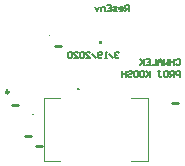
<source format=gbo>
G04*
G04 #@! TF.GenerationSoftware,Altium Limited,Altium Designer,20.0.13 (296)*
G04*
G04 Layer_Color=65280*
%FSLAX25Y25*%
%MOIN*%
G70*
G01*
G75*
%ADD10C,0.00984*%
%ADD11C,0.00787*%
%ADD12C,0.01000*%
%ADD13C,0.00394*%
%ADD45C,0.00600*%
D10*
X1992Y29000D02*
G03*
X1992Y29000I-492J0D01*
G01*
D11*
X32346Y45267D02*
G03*
X32903Y45824I278J278D01*
G01*
D02*
G03*
X32346Y45267I-278J-278D01*
G01*
D12*
X25126Y29961D02*
G03*
X25126Y29958I197J0D01*
G01*
X56500Y25501D02*
X58500D01*
X17500Y44499D02*
X19500D01*
X2890Y24825D02*
X4890D01*
X11000Y11001D02*
X13000D01*
X7500Y14499D02*
X9500D01*
D13*
X10295Y21472D02*
G03*
X9901Y21472I-197J0D01*
G01*
D02*
G03*
X10295Y21472I197J0D01*
G01*
X15331Y47756D02*
G03*
X15724Y47756I197J0D01*
G01*
D02*
G03*
X15331Y47756I-197J0D01*
G01*
X13677Y5870D02*
X19189D01*
X13677D02*
Y27130D01*
X19189D01*
X42811Y5870D02*
X48323D01*
Y27130D01*
X42811D02*
X48323D01*
D45*
X57567Y39605D02*
X57900Y39939D01*
X58567D01*
X58900Y39605D01*
Y38272D01*
X58567Y37939D01*
X57900D01*
X57567Y38272D01*
X56901Y39939D02*
Y37939D01*
Y38939D01*
X55568D01*
Y39939D01*
Y37939D01*
X54901Y39939D02*
Y37939D01*
X54235Y38606D01*
X53568Y37939D01*
Y39939D01*
X52902Y37939D02*
Y39272D01*
X52236Y39939D01*
X51569Y39272D01*
Y37939D01*
Y38939D01*
X52902D01*
X50903Y39939D02*
Y37939D01*
X49570D01*
X47570Y39939D02*
X48903D01*
Y37939D01*
X47570D01*
X48903Y38939D02*
X48237D01*
X46904Y39939D02*
Y37939D01*
Y38606D01*
X45571Y39939D01*
X46571Y38939D01*
X45571Y37939D01*
X58900Y34100D02*
Y36099D01*
X57900D01*
X57567Y35766D01*
Y35100D01*
X57900Y34766D01*
X58900D01*
X56901Y34100D02*
Y36099D01*
X55901D01*
X55568Y35766D01*
Y35100D01*
X55901Y34766D01*
X56901D01*
X56234D02*
X55568Y34100D01*
X53902Y36099D02*
X54568D01*
X54901Y35766D01*
Y34433D01*
X54568Y34100D01*
X53902D01*
X53568Y34433D01*
Y35766D01*
X53902Y36099D01*
X51569D02*
X52236D01*
X51902D01*
Y34433D01*
X52236Y34100D01*
X52569D01*
X52902Y34433D01*
X48903Y36099D02*
Y34100D01*
Y34766D01*
X47570Y36099D01*
X48570Y35100D01*
X47570Y34100D01*
X45904Y36099D02*
X46571D01*
X46904Y35766D01*
Y34433D01*
X46571Y34100D01*
X45904D01*
X45571Y34433D01*
Y35766D01*
X45904Y36099D01*
X43905D02*
X44571D01*
X44905Y35766D01*
Y34433D01*
X44571Y34100D01*
X43905D01*
X43572Y34433D01*
Y35766D01*
X43905Y36099D01*
X41572Y35766D02*
X41906Y36099D01*
X42572D01*
X42905Y35766D01*
Y35433D01*
X42572Y35100D01*
X41906D01*
X41572Y34766D01*
Y34433D01*
X41906Y34100D01*
X42572D01*
X42905Y34433D01*
X40906Y36099D02*
Y34100D01*
Y35100D01*
X39573D01*
Y36099D01*
Y34100D01*
X41900Y56100D02*
Y58099D01*
X40900D01*
X40567Y57766D01*
Y57100D01*
X40900Y56766D01*
X41900D01*
X41234D02*
X40567Y56100D01*
X38901D02*
X39567D01*
X39901Y56433D01*
Y57100D01*
X39567Y57433D01*
X38901D01*
X38568Y57100D01*
Y56766D01*
X39901D01*
X37901Y56100D02*
X36902D01*
X36568Y56433D01*
X36902Y56766D01*
X37568D01*
X37901Y57100D01*
X37568Y57433D01*
X36568D01*
X34569Y58099D02*
X35902D01*
Y56100D01*
X34569D01*
X35902Y57100D02*
X35236D01*
X33903Y56100D02*
Y57433D01*
X32903D01*
X32570Y57100D01*
Y56100D01*
X31903Y57433D02*
X31237Y56100D01*
X30570Y57433D01*
X38644Y42080D02*
X38311Y42413D01*
X37644D01*
X37311Y42080D01*
Y41747D01*
X37644Y41414D01*
X37977D01*
X37644D01*
X37311Y41081D01*
Y40747D01*
X37644Y40414D01*
X38311D01*
X38644Y40747D01*
X36644Y40414D02*
X35311Y41747D01*
X34645Y40414D02*
X33979D01*
X34312D01*
Y42413D01*
X34645Y42080D01*
X32979Y40747D02*
X32646Y40414D01*
X31979D01*
X31646Y40747D01*
Y42080D01*
X31979Y42413D01*
X32646D01*
X32979Y42080D01*
Y41747D01*
X32646Y41414D01*
X31646D01*
X30980Y40414D02*
X29647Y41747D01*
X27647Y40414D02*
X28980D01*
X27647Y41747D01*
Y42080D01*
X27981Y42413D01*
X28647D01*
X28980Y42080D01*
X26981D02*
X26648Y42413D01*
X25981D01*
X25648Y42080D01*
Y40747D01*
X25981Y40414D01*
X26648D01*
X26981Y40747D01*
Y42080D01*
X23649Y40414D02*
X24982D01*
X23649Y41747D01*
Y42080D01*
X23982Y42413D01*
X24648D01*
X24982Y42080D01*
X22982D02*
X22649Y42413D01*
X21982D01*
X21649Y42080D01*
Y40747D01*
X21982Y40414D01*
X22649D01*
X22982Y40747D01*
Y42080D01*
M02*

</source>
